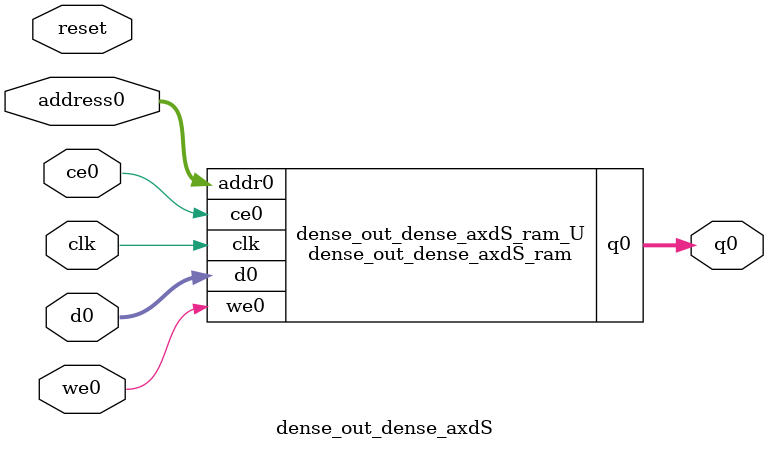
<source format=v>
`timescale 1 ns / 1 ps
module dense_out_dense_axdS_ram (addr0, ce0, d0, we0, q0,  clk);

parameter DWIDTH = 14;
parameter AWIDTH = 4;
parameter MEM_SIZE = 10;

input[AWIDTH-1:0] addr0;
input ce0;
input[DWIDTH-1:0] d0;
input we0;
output reg[DWIDTH-1:0] q0;
input clk;

(* ram_style = "distributed" *)reg [DWIDTH-1:0] ram[0:MEM_SIZE-1];




always @(posedge clk)  
begin 
    if (ce0) 
    begin
        if (we0) 
        begin 
            ram[addr0] <= d0; 
        end 
        q0 <= ram[addr0];
    end
end


endmodule

`timescale 1 ns / 1 ps
module dense_out_dense_axdS(
    reset,
    clk,
    address0,
    ce0,
    we0,
    d0,
    q0);

parameter DataWidth = 32'd14;
parameter AddressRange = 32'd10;
parameter AddressWidth = 32'd4;
input reset;
input clk;
input[AddressWidth - 1:0] address0;
input ce0;
input we0;
input[DataWidth - 1:0] d0;
output[DataWidth - 1:0] q0;



dense_out_dense_axdS_ram dense_out_dense_axdS_ram_U(
    .clk( clk ),
    .addr0( address0 ),
    .ce0( ce0 ),
    .we0( we0 ),
    .d0( d0 ),
    .q0( q0 ));

endmodule


</source>
